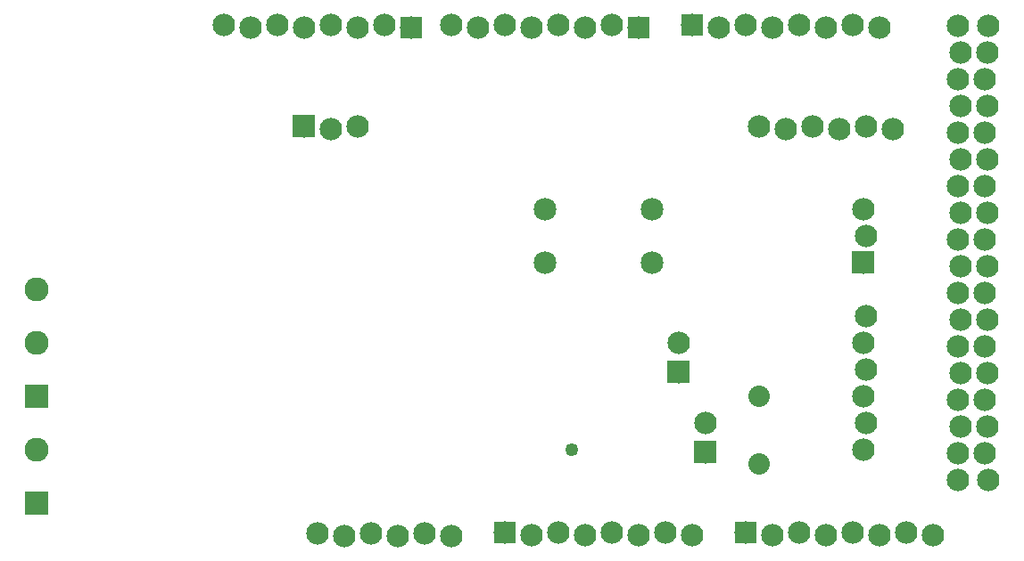
<source format=gts>
G04 MADE WITH FRITZING*
G04 WWW.FRITZING.ORG*
G04 DOUBLE SIDED*
G04 HOLES PLATED*
G04 CONTOUR ON CENTER OF CONTOUR VECTOR*
%ASAXBY*%
%FSLAX23Y23*%
%MOIN*%
%OFA0B0*%
%SFA1.0B1.0*%
%ADD10C,0.084000*%
%ADD11C,0.010000*%
%ADD12C,0.080000*%
%ADD13C,0.090000*%
%ADD14C,0.085000*%
%ADD15C,0.049370*%
%ADD16R,0.084000X0.084000*%
%ADD17R,0.010148X0.010148*%
%ADD18R,0.089986X0.090000*%
%ADD19R,0.090000X0.090000*%
%ADD20R,0.001000X0.001000*%
%LNMASK1*%
G90*
G70*
G54D10*
X2944Y1632D03*
X3044Y1622D03*
X3144Y1632D03*
X3244Y1622D03*
X3344Y1632D03*
X3444Y1622D03*
X3334Y422D03*
X3344Y522D03*
X3334Y622D03*
X3344Y722D03*
X3334Y822D03*
X3344Y922D03*
G54D11*
X1444Y2001D03*
X1444Y2001D03*
X1444Y2001D03*
X1444Y2001D03*
X1444Y2001D03*
X1444Y2001D03*
X1444Y2001D03*
X1444Y2001D03*
X1444Y2001D03*
X1444Y2001D03*
X1444Y2001D03*
X1444Y2001D03*
X1444Y2001D03*
X1444Y2001D03*
X1444Y2001D03*
X1444Y2001D03*
X1444Y2001D03*
X1444Y2001D03*
X1444Y2001D03*
X1444Y2001D03*
X1444Y2001D03*
X1444Y2001D03*
X1444Y2001D03*
X1444Y2001D03*
X1444Y2001D03*
X1444Y2001D03*
X1444Y2001D03*
X1444Y2001D03*
X1444Y2001D03*
X1444Y2001D03*
X1444Y2001D03*
X1444Y2001D03*
X1444Y2001D03*
X1444Y2001D03*
X1444Y2001D03*
X1444Y2001D03*
X1444Y2001D03*
X1444Y2001D03*
X1444Y2001D03*
X1444Y2001D03*
X1444Y2001D03*
X1444Y2001D03*
X1444Y2001D03*
X1444Y2001D03*
X1444Y2001D03*
X1444Y2001D03*
X1444Y2001D03*
X1444Y2001D03*
X1444Y2001D03*
X1444Y2001D03*
X1444Y2001D03*
X1444Y2001D03*
X1444Y2001D03*
X1444Y2001D03*
X1444Y2001D03*
X1444Y2001D03*
X1444Y2001D03*
X1444Y2001D03*
X1444Y2001D03*
X1444Y2001D03*
X1444Y2001D03*
X1444Y2001D03*
X1444Y2001D03*
X1444Y2001D03*
X1444Y2001D03*
X1444Y2001D03*
X1444Y2001D03*
X1444Y2001D03*
X1444Y2001D03*
X1444Y2001D03*
X1444Y2001D03*
X1444Y2001D03*
X1444Y2001D03*
X1444Y2001D03*
X1444Y2001D03*
X1444Y2001D03*
X1444Y2001D03*
X1444Y2001D03*
X1444Y2001D03*
X1444Y2001D03*
X1444Y2001D03*
X1444Y2001D03*
X1444Y2001D03*
X1444Y2001D03*
X1444Y2001D03*
X1444Y2001D03*
X1444Y2001D03*
X1444Y2001D03*
X1444Y2001D03*
X1444Y2001D03*
X1444Y2001D03*
X1444Y2001D03*
X1444Y2001D03*
X1444Y2001D03*
X1444Y2001D03*
X1444Y2001D03*
X1444Y2001D03*
X1444Y2001D03*
X1444Y2001D03*
X1444Y2001D03*
X1444Y2001D03*
X1444Y2001D03*
X1444Y2001D03*
X1444Y2001D03*
X1444Y2001D03*
X1444Y2001D03*
X1444Y2001D03*
X1444Y2001D03*
X1444Y2001D03*
X1444Y2001D03*
X1444Y2001D03*
X1444Y2001D03*
X1444Y2001D03*
X1444Y2001D03*
X1444Y2001D03*
X1444Y2001D03*
X1444Y2001D03*
X1444Y2001D03*
X1444Y2001D03*
X1444Y2001D03*
X1444Y2001D03*
X1444Y2001D03*
X1444Y2001D03*
X1444Y2001D03*
X1444Y2001D03*
X1444Y2001D03*
X1444Y2001D03*
X1444Y2001D03*
X1444Y2001D03*
X1444Y2001D03*
X1444Y2001D03*
X1444Y2001D03*
X1444Y2001D03*
X1444Y2001D03*
X1444Y2001D03*
X1444Y2001D03*
X1444Y2001D03*
X1444Y2001D03*
X1444Y2001D03*
X1444Y2001D03*
X1444Y2001D03*
X1444Y2001D03*
X1444Y2001D03*
X1444Y2001D03*
X1444Y2001D03*
X1444Y2001D03*
X1444Y2001D03*
X1444Y2001D03*
X1444Y2001D03*
X1444Y2001D03*
X1444Y2001D03*
X1444Y2001D03*
X1444Y2001D03*
X1444Y2001D03*
X1444Y2001D03*
X1444Y2001D03*
X1444Y2001D03*
X1444Y2001D03*
X1444Y2001D03*
X1444Y2001D03*
X1444Y2001D03*
X1444Y2001D03*
X1444Y2001D03*
X1444Y2001D03*
X1444Y2001D03*
X1444Y2001D03*
X1444Y2001D03*
X1444Y2001D03*
X1444Y2001D03*
X1444Y2001D03*
X1444Y2001D03*
X1444Y2001D03*
X1444Y2001D03*
X1444Y2001D03*
X1444Y2001D03*
X1444Y2001D03*
X1444Y2001D03*
X1444Y2001D03*
X1444Y2001D03*
X1444Y2001D03*
X1444Y2001D03*
X1444Y2001D03*
X1444Y2001D03*
X1444Y2001D03*
X1444Y2001D03*
X1444Y2001D03*
X1444Y2001D03*
X1444Y2001D03*
X1444Y2001D03*
X1444Y2001D03*
X1444Y2001D03*
X1444Y2001D03*
X1444Y2001D03*
X1444Y2001D03*
X1444Y2001D03*
X1444Y2001D03*
X1444Y2001D03*
X1444Y2001D03*
X1444Y2001D03*
X1444Y2001D03*
X1444Y2001D03*
X1444Y2001D03*
X1444Y2001D03*
X1444Y2001D03*
X1444Y2001D03*
X1444Y2001D03*
X1444Y2001D03*
X1444Y2001D03*
X1444Y2001D03*
X1444Y2001D03*
X1444Y2001D03*
X1444Y2001D03*
X1444Y2001D03*
X1444Y2001D03*
X1444Y2001D03*
X1444Y2001D03*
X1444Y2001D03*
X1444Y2001D03*
X1444Y2001D03*
X1444Y2001D03*
X1444Y2001D03*
X1444Y2001D03*
X1444Y2001D03*
X1444Y2001D03*
X1444Y2001D03*
X1444Y2001D03*
X1444Y2001D03*
X1444Y2001D03*
X1444Y2001D03*
X1444Y2001D03*
X1444Y2001D03*
X1444Y2001D03*
X1444Y2001D03*
X1444Y2001D03*
X1444Y2001D03*
X1444Y2001D03*
X1444Y2001D03*
X1444Y2001D03*
X1444Y2001D03*
X1444Y2001D03*
X1444Y2001D03*
X1444Y2001D03*
X1444Y2001D03*
X1444Y2001D03*
X1444Y2001D03*
X1444Y2001D03*
X1444Y2001D03*
X1444Y2001D03*
X1444Y2001D03*
X1444Y2001D03*
X1444Y2001D03*
X1444Y2001D03*
X1444Y2001D03*
X1444Y2001D03*
X1444Y2001D03*
X1444Y2001D03*
X1444Y2001D03*
X1444Y2001D03*
X1444Y2001D03*
X1444Y2001D03*
X1444Y2001D03*
X1444Y2001D03*
X1444Y2001D03*
X1444Y2001D03*
X1444Y2001D03*
X1444Y2001D03*
X1444Y2001D03*
X1444Y2001D03*
X1444Y2001D03*
X1444Y2001D03*
X1444Y2001D03*
X1444Y2001D03*
X1444Y2001D03*
X1444Y2001D03*
X1444Y2001D03*
X1444Y2001D03*
X1444Y2001D03*
X1444Y2001D03*
X1444Y2001D03*
X1444Y2001D03*
X1444Y2001D03*
X1444Y2001D03*
X1444Y2001D03*
X1444Y2001D03*
X1444Y2001D03*
X1444Y2001D03*
X1444Y2001D03*
X1444Y2001D03*
X1444Y2001D03*
X1444Y2001D03*
X1444Y2001D03*
X1444Y2001D03*
X1444Y2001D03*
X1444Y2001D03*
X1444Y2001D03*
X1444Y2001D03*
X1444Y2001D03*
X1444Y2001D03*
X1444Y2001D03*
X1444Y2001D03*
X1444Y2001D03*
X1444Y2001D03*
X1444Y2001D03*
X1444Y2001D03*
X1444Y2001D03*
X1444Y2001D03*
X1444Y2001D03*
X1444Y2001D03*
X1444Y2001D03*
X1444Y2001D03*
X1444Y2001D03*
X1444Y2001D03*
X1444Y2001D03*
X1444Y2001D03*
X1444Y2001D03*
X1444Y2001D03*
X1444Y2001D03*
X1444Y2001D03*
X1444Y2001D03*
X1444Y2001D03*
X1444Y2001D03*
X1444Y2001D03*
X1444Y2001D03*
X1444Y2001D03*
X1444Y2001D03*
X1444Y2001D03*
X1444Y2001D03*
X1444Y2001D03*
X1444Y2001D03*
X1444Y2001D03*
X1444Y2001D03*
X1444Y2001D03*
X1444Y2001D03*
X1444Y2001D03*
X1444Y2001D03*
X1444Y2001D03*
X1444Y2001D03*
X1444Y2001D03*
X1444Y2001D03*
X1444Y2001D03*
X1444Y2001D03*
X1444Y2001D03*
X1444Y2001D03*
X1444Y2001D03*
X1444Y2001D03*
X1444Y2001D03*
X1444Y2001D03*
X1444Y2001D03*
X1444Y2001D03*
X1444Y2001D03*
X1444Y2001D03*
X1444Y2001D03*
X1444Y2001D03*
X1444Y2001D03*
X1444Y2001D03*
X1444Y2001D03*
X1444Y2001D03*
X1444Y2001D03*
X1444Y2001D03*
X1444Y2001D03*
X1444Y2001D03*
X1444Y2001D03*
X1444Y2001D03*
X1444Y2001D03*
X1444Y2001D03*
X1444Y2001D03*
X1444Y2001D03*
X1444Y2001D03*
X1444Y2001D03*
X1444Y2001D03*
X1444Y2001D03*
X1444Y2001D03*
X1444Y2001D03*
X1444Y2001D03*
X1444Y2001D03*
X1444Y2001D03*
X1444Y2001D03*
X1444Y2001D03*
X1444Y2001D03*
X1444Y2001D03*
X1444Y2001D03*
X1444Y2001D03*
X1444Y2001D03*
X1444Y2001D03*
X1444Y2001D03*
X1444Y2001D03*
X1444Y2001D03*
X1444Y2001D03*
X1444Y2001D03*
X1444Y2001D03*
X1444Y2001D03*
X1444Y2001D03*
X1444Y2001D03*
X1444Y2001D03*
X1444Y2001D03*
X1444Y2001D03*
X1444Y2001D03*
X1444Y2001D03*
X1444Y2001D03*
X1444Y2001D03*
X1444Y2001D03*
X1444Y2001D03*
X1444Y2001D03*
X1444Y2001D03*
X1444Y2001D03*
X1444Y2001D03*
X1444Y2001D03*
X1444Y2001D03*
X1444Y2001D03*
X1444Y2001D03*
X1444Y2001D03*
X1444Y2001D03*
X1444Y2001D03*
X1444Y2001D03*
X1444Y2001D03*
X1444Y2001D03*
X1444Y2001D03*
X1444Y2001D03*
X1444Y2001D03*
X1444Y2001D03*
X1444Y2001D03*
X1444Y2001D03*
X1444Y2001D03*
X1444Y2001D03*
X1444Y2001D03*
X1444Y2001D03*
X1444Y2001D03*
X1444Y2001D03*
X1444Y2001D03*
X1444Y2001D03*
X1444Y2001D03*
X1444Y2001D03*
X1444Y2001D03*
X1444Y2001D03*
X1444Y2001D03*
X1444Y2001D03*
X1444Y2001D03*
X1444Y2001D03*
X1444Y2001D03*
X1444Y2001D03*
X1444Y2001D03*
X1444Y2001D03*
X1444Y2001D03*
X1444Y2001D03*
X1444Y2001D03*
X1444Y2001D03*
X1444Y2001D03*
X1444Y2001D03*
X1444Y2001D03*
X1444Y2001D03*
X1444Y2001D03*
X1444Y2001D03*
X1444Y2001D03*
X1444Y2001D03*
X1444Y2001D03*
X1444Y2001D03*
X1444Y2001D03*
X1444Y2001D03*
G54D10*
X1644Y2001D03*
X3801Y2006D03*
X3801Y306D03*
X1794Y96D03*
X3687Y2006D03*
X1594Y96D03*
X3687Y306D03*
X1394Y96D03*
X1694Y106D03*
X3699Y1906D03*
X1494Y106D03*
X3699Y1706D03*
X1294Y106D03*
X3699Y1506D03*
X3689Y1806D03*
X3699Y1306D03*
X3689Y1606D03*
X3699Y1106D03*
X3689Y1406D03*
X3699Y906D03*
X3689Y1206D03*
X3699Y706D03*
X3689Y1006D03*
X3699Y506D03*
X3689Y806D03*
X3799Y1906D03*
X3689Y606D03*
X3799Y1706D03*
X3689Y406D03*
X3799Y1506D03*
X3789Y1806D03*
X3799Y1306D03*
X3789Y1606D03*
X3799Y1106D03*
X3789Y1406D03*
X3799Y906D03*
X3789Y1206D03*
X3799Y706D03*
X3789Y1006D03*
X3799Y506D03*
X3789Y806D03*
X2694Y101D03*
X3789Y606D03*
X2494Y101D03*
X3789Y406D03*
X2294Y101D03*
X2594Y111D03*
X2094Y101D03*
X2394Y111D03*
X3594Y101D03*
X2194Y111D03*
X3394Y101D03*
X1994Y111D03*
X3194Y101D03*
X3494Y111D03*
X2994Y101D03*
X3294Y111D03*
X3394Y2001D03*
X3094Y111D03*
X3194Y2001D03*
X2894Y111D03*
X2994Y2001D03*
X3294Y2011D03*
X2794Y2001D03*
X3094Y2011D03*
X1794Y2011D03*
X2894Y2011D03*
X1994Y2011D03*
X2694Y2011D03*
X2194Y2011D03*
X1894Y2001D03*
X2394Y2011D03*
X2094Y2001D03*
X944Y2011D03*
X2294Y2001D03*
X1144Y2011D03*
X2494Y2001D03*
X1344Y2011D03*
X1044Y2001D03*
X1544Y2011D03*
X1244Y2001D03*
X1444Y2001D03*
G54D12*
X2944Y622D03*
X2944Y366D03*
X2944Y622D03*
X2944Y366D03*
G54D13*
X244Y222D03*
X244Y422D03*
X244Y822D03*
X244Y1022D03*
X244Y622D03*
G54D10*
X2644Y712D03*
X2644Y822D03*
X2644Y712D03*
X2644Y822D03*
X3334Y1122D03*
X3344Y1222D03*
X3334Y1322D03*
X3334Y1122D03*
X3344Y1222D03*
X3334Y1322D03*
X2744Y412D03*
X2744Y522D03*
X2744Y412D03*
X2744Y522D03*
X1244Y1632D03*
X1344Y1622D03*
X1444Y1632D03*
X1244Y1632D03*
X1344Y1622D03*
X1444Y1632D03*
G54D14*
X2144Y1122D03*
X2544Y1122D03*
X2544Y1322D03*
X2144Y1322D03*
G54D15*
X2243Y421D03*
G54D16*
X1644Y2001D03*
X1994Y111D03*
X2894Y111D03*
X2694Y2011D03*
G54D17*
X940Y2011D03*
G54D16*
X2494Y2001D03*
G54D18*
X244Y222D03*
G54D19*
X244Y622D03*
G54D20*
X1202Y1674D02*
X1285Y1674D01*
X1202Y1673D02*
X1285Y1673D01*
X1202Y1672D02*
X1285Y1672D01*
X1202Y1671D02*
X1285Y1671D01*
X1202Y1670D02*
X1285Y1670D01*
X1202Y1669D02*
X1285Y1669D01*
X1202Y1668D02*
X1285Y1668D01*
X1202Y1667D02*
X1285Y1667D01*
X1202Y1666D02*
X1285Y1666D01*
X1202Y1665D02*
X1285Y1665D01*
X1202Y1664D02*
X1285Y1664D01*
X1202Y1663D02*
X1285Y1663D01*
X1202Y1662D02*
X1285Y1662D01*
X1202Y1661D02*
X1285Y1661D01*
X1202Y1660D02*
X1285Y1660D01*
X1202Y1659D02*
X1285Y1659D01*
X1202Y1658D02*
X1285Y1658D01*
X1202Y1657D02*
X1285Y1657D01*
X1202Y1656D02*
X1285Y1656D01*
X1202Y1655D02*
X1285Y1655D01*
X1202Y1654D02*
X1285Y1654D01*
X1202Y1653D02*
X1285Y1653D01*
X1202Y1652D02*
X1285Y1652D01*
X1202Y1651D02*
X1285Y1651D01*
X1202Y1650D02*
X1285Y1650D01*
X1202Y1649D02*
X1285Y1649D01*
X1202Y1648D02*
X1285Y1648D01*
X1202Y1647D02*
X1239Y1647D01*
X1248Y1647D02*
X1285Y1647D01*
X1202Y1646D02*
X1236Y1646D01*
X1251Y1646D02*
X1285Y1646D01*
X1202Y1645D02*
X1235Y1645D01*
X1253Y1645D02*
X1285Y1645D01*
X1202Y1644D02*
X1233Y1644D01*
X1254Y1644D02*
X1285Y1644D01*
X1202Y1643D02*
X1232Y1643D01*
X1255Y1643D02*
X1285Y1643D01*
X1202Y1642D02*
X1232Y1642D01*
X1256Y1642D02*
X1285Y1642D01*
X1202Y1641D02*
X1231Y1641D01*
X1257Y1641D02*
X1285Y1641D01*
X1202Y1640D02*
X1230Y1640D01*
X1257Y1640D02*
X1285Y1640D01*
X1202Y1639D02*
X1230Y1639D01*
X1258Y1639D02*
X1285Y1639D01*
X1202Y1638D02*
X1229Y1638D01*
X1258Y1638D02*
X1285Y1638D01*
X1202Y1637D02*
X1229Y1637D01*
X1258Y1637D02*
X1285Y1637D01*
X1202Y1636D02*
X1229Y1636D01*
X1259Y1636D02*
X1285Y1636D01*
X1202Y1635D02*
X1228Y1635D01*
X1259Y1635D02*
X1285Y1635D01*
X1202Y1634D02*
X1228Y1634D01*
X1259Y1634D02*
X1285Y1634D01*
X1202Y1633D02*
X1228Y1633D01*
X1259Y1633D02*
X1285Y1633D01*
X1202Y1632D02*
X1228Y1632D01*
X1259Y1632D02*
X1285Y1632D01*
X1202Y1631D02*
X1228Y1631D01*
X1259Y1631D02*
X1285Y1631D01*
X1202Y1630D02*
X1228Y1630D01*
X1259Y1630D02*
X1285Y1630D01*
X1202Y1629D02*
X1229Y1629D01*
X1259Y1629D02*
X1285Y1629D01*
X1202Y1628D02*
X1229Y1628D01*
X1258Y1628D02*
X1285Y1628D01*
X1202Y1627D02*
X1229Y1627D01*
X1258Y1627D02*
X1285Y1627D01*
X1202Y1626D02*
X1230Y1626D01*
X1258Y1626D02*
X1285Y1626D01*
X1202Y1625D02*
X1230Y1625D01*
X1257Y1625D02*
X1285Y1625D01*
X1202Y1624D02*
X1231Y1624D01*
X1256Y1624D02*
X1285Y1624D01*
X1202Y1623D02*
X1232Y1623D01*
X1256Y1623D02*
X1285Y1623D01*
X1202Y1622D02*
X1233Y1622D01*
X1255Y1622D02*
X1285Y1622D01*
X1202Y1621D02*
X1234Y1621D01*
X1254Y1621D02*
X1285Y1621D01*
X1202Y1620D02*
X1235Y1620D01*
X1252Y1620D02*
X1285Y1620D01*
X1202Y1619D02*
X1237Y1619D01*
X1251Y1619D02*
X1285Y1619D01*
X1202Y1618D02*
X1240Y1618D01*
X1248Y1618D02*
X1285Y1618D01*
X1202Y1617D02*
X1285Y1617D01*
X1202Y1616D02*
X1285Y1616D01*
X1202Y1615D02*
X1285Y1615D01*
X1202Y1614D02*
X1285Y1614D01*
X1202Y1613D02*
X1285Y1613D01*
X1202Y1612D02*
X1285Y1612D01*
X1202Y1611D02*
X1285Y1611D01*
X1202Y1610D02*
X1285Y1610D01*
X1202Y1609D02*
X1285Y1609D01*
X1202Y1608D02*
X1285Y1608D01*
X1202Y1607D02*
X1285Y1607D01*
X1202Y1606D02*
X1285Y1606D01*
X1202Y1605D02*
X1285Y1605D01*
X1202Y1604D02*
X1285Y1604D01*
X1202Y1603D02*
X1285Y1603D01*
X1202Y1602D02*
X1285Y1602D01*
X1202Y1601D02*
X1285Y1601D01*
X1202Y1600D02*
X1285Y1600D01*
X1202Y1599D02*
X1285Y1599D01*
X1202Y1598D02*
X1285Y1598D01*
X1202Y1597D02*
X1285Y1597D01*
X1202Y1596D02*
X1285Y1596D01*
X1202Y1595D02*
X1285Y1595D01*
X1202Y1594D02*
X1285Y1594D01*
X1202Y1593D02*
X1285Y1593D01*
X1202Y1592D02*
X1285Y1592D01*
X1202Y1591D02*
X1285Y1591D01*
X3292Y1164D02*
X3375Y1164D01*
X3292Y1163D02*
X3375Y1163D01*
X3292Y1162D02*
X3375Y1162D01*
X3292Y1161D02*
X3375Y1161D01*
X3292Y1160D02*
X3375Y1160D01*
X3292Y1159D02*
X3375Y1159D01*
X3292Y1158D02*
X3375Y1158D01*
X3292Y1157D02*
X3375Y1157D01*
X3292Y1156D02*
X3375Y1156D01*
X3292Y1155D02*
X3375Y1155D01*
X3292Y1154D02*
X3375Y1154D01*
X3292Y1153D02*
X3375Y1153D01*
X3292Y1152D02*
X3375Y1152D01*
X3292Y1151D02*
X3375Y1151D01*
X3292Y1150D02*
X3375Y1150D01*
X3292Y1149D02*
X3375Y1149D01*
X3292Y1148D02*
X3375Y1148D01*
X3292Y1147D02*
X3375Y1147D01*
X3292Y1146D02*
X3375Y1146D01*
X3292Y1145D02*
X3375Y1145D01*
X3292Y1144D02*
X3375Y1144D01*
X3292Y1143D02*
X3375Y1143D01*
X3292Y1142D02*
X3375Y1142D01*
X3292Y1141D02*
X3375Y1141D01*
X3292Y1140D02*
X3375Y1140D01*
X3292Y1139D02*
X3375Y1139D01*
X3292Y1138D02*
X3375Y1138D01*
X3292Y1137D02*
X3328Y1137D01*
X3338Y1137D02*
X3375Y1137D01*
X3292Y1136D02*
X3326Y1136D01*
X3340Y1136D02*
X3375Y1136D01*
X3292Y1135D02*
X3324Y1135D01*
X3342Y1135D02*
X3375Y1135D01*
X3292Y1134D02*
X3323Y1134D01*
X3343Y1134D02*
X3375Y1134D01*
X3292Y1133D02*
X3322Y1133D01*
X3344Y1133D02*
X3375Y1133D01*
X3292Y1132D02*
X3321Y1132D01*
X3345Y1132D02*
X3375Y1132D01*
X3292Y1131D02*
X3320Y1131D01*
X3346Y1131D02*
X3375Y1131D01*
X3292Y1130D02*
X3320Y1130D01*
X3347Y1130D02*
X3375Y1130D01*
X3292Y1129D02*
X3319Y1129D01*
X3347Y1129D02*
X3375Y1129D01*
X3292Y1128D02*
X3319Y1128D01*
X3348Y1128D02*
X3375Y1128D01*
X3292Y1127D02*
X3318Y1127D01*
X3348Y1127D02*
X3375Y1127D01*
X3292Y1126D02*
X3318Y1126D01*
X3348Y1126D02*
X3375Y1126D01*
X3292Y1125D02*
X3318Y1125D01*
X3348Y1125D02*
X3375Y1125D01*
X3292Y1124D02*
X3318Y1124D01*
X3349Y1124D02*
X3375Y1124D01*
X3292Y1123D02*
X3318Y1123D01*
X3349Y1123D02*
X3375Y1123D01*
X3292Y1122D02*
X3318Y1122D01*
X3349Y1122D02*
X3375Y1122D01*
X3292Y1121D02*
X3318Y1121D01*
X3349Y1121D02*
X3375Y1121D01*
X3292Y1120D02*
X3318Y1120D01*
X3348Y1120D02*
X3375Y1120D01*
X3292Y1119D02*
X3318Y1119D01*
X3348Y1119D02*
X3375Y1119D01*
X3292Y1118D02*
X3318Y1118D01*
X3348Y1118D02*
X3375Y1118D01*
X3292Y1117D02*
X3319Y1117D01*
X3348Y1117D02*
X3375Y1117D01*
X3292Y1116D02*
X3319Y1116D01*
X3347Y1116D02*
X3375Y1116D01*
X3292Y1115D02*
X3320Y1115D01*
X3347Y1115D02*
X3375Y1115D01*
X3292Y1114D02*
X3320Y1114D01*
X3346Y1114D02*
X3375Y1114D01*
X3292Y1113D02*
X3321Y1113D01*
X3345Y1113D02*
X3375Y1113D01*
X3292Y1112D02*
X3322Y1112D01*
X3344Y1112D02*
X3375Y1112D01*
X3292Y1111D02*
X3323Y1111D01*
X3343Y1111D02*
X3375Y1111D01*
X3292Y1110D02*
X3324Y1110D01*
X3342Y1110D02*
X3375Y1110D01*
X3292Y1109D02*
X3326Y1109D01*
X3340Y1109D02*
X3375Y1109D01*
X3292Y1108D02*
X3329Y1108D01*
X3337Y1108D02*
X3375Y1108D01*
X3292Y1107D02*
X3375Y1107D01*
X3292Y1106D02*
X3375Y1106D01*
X3292Y1105D02*
X3375Y1105D01*
X3292Y1104D02*
X3375Y1104D01*
X3292Y1103D02*
X3375Y1103D01*
X3292Y1102D02*
X3375Y1102D01*
X3292Y1101D02*
X3375Y1101D01*
X3292Y1100D02*
X3375Y1100D01*
X3292Y1099D02*
X3375Y1099D01*
X3292Y1098D02*
X3375Y1098D01*
X3292Y1097D02*
X3375Y1097D01*
X3292Y1096D02*
X3375Y1096D01*
X3292Y1095D02*
X3375Y1095D01*
X3292Y1094D02*
X3375Y1094D01*
X3292Y1093D02*
X3375Y1093D01*
X3292Y1092D02*
X3375Y1092D01*
X3292Y1091D02*
X3375Y1091D01*
X3292Y1090D02*
X3375Y1090D01*
X3292Y1089D02*
X3375Y1089D01*
X3292Y1088D02*
X3375Y1088D01*
X3292Y1087D02*
X3375Y1087D01*
X3292Y1086D02*
X3375Y1086D01*
X3292Y1085D02*
X3375Y1085D01*
X3292Y1084D02*
X3375Y1084D01*
X3292Y1083D02*
X3375Y1083D01*
X3292Y1082D02*
X3375Y1082D01*
X3292Y1081D02*
X3375Y1081D01*
X2602Y754D02*
X2685Y754D01*
X2602Y753D02*
X2685Y753D01*
X2602Y752D02*
X2685Y752D01*
X2602Y751D02*
X2685Y751D01*
X2602Y750D02*
X2685Y750D01*
X2602Y749D02*
X2685Y749D01*
X2602Y748D02*
X2685Y748D01*
X2602Y747D02*
X2685Y747D01*
X2602Y746D02*
X2685Y746D01*
X2602Y745D02*
X2685Y745D01*
X2602Y744D02*
X2685Y744D01*
X2602Y743D02*
X2685Y743D01*
X2602Y742D02*
X2685Y742D01*
X2602Y741D02*
X2685Y741D01*
X2602Y740D02*
X2685Y740D01*
X2602Y739D02*
X2685Y739D01*
X2602Y738D02*
X2685Y738D01*
X2602Y737D02*
X2685Y737D01*
X2602Y736D02*
X2685Y736D01*
X2602Y735D02*
X2685Y735D01*
X2602Y734D02*
X2685Y734D01*
X2602Y733D02*
X2685Y733D01*
X2602Y732D02*
X2685Y732D01*
X2602Y731D02*
X2685Y731D01*
X2602Y730D02*
X2685Y730D01*
X2602Y729D02*
X2685Y729D01*
X2602Y728D02*
X2685Y728D01*
X2602Y727D02*
X2639Y727D01*
X2648Y727D02*
X2685Y727D01*
X2602Y726D02*
X2636Y726D01*
X2651Y726D02*
X2685Y726D01*
X2602Y725D02*
X2634Y725D01*
X2652Y725D02*
X2685Y725D01*
X2602Y724D02*
X2633Y724D01*
X2653Y724D02*
X2685Y724D01*
X2602Y723D02*
X2632Y723D01*
X2655Y723D02*
X2685Y723D01*
X2602Y722D02*
X2631Y722D01*
X2655Y722D02*
X2685Y722D01*
X2602Y721D02*
X2630Y721D01*
X2656Y721D02*
X2685Y721D01*
X2602Y720D02*
X2630Y720D01*
X2657Y720D02*
X2685Y720D01*
X2602Y719D02*
X2629Y719D01*
X2657Y719D02*
X2685Y719D01*
X2602Y718D02*
X2629Y718D01*
X2658Y718D02*
X2685Y718D01*
X2602Y717D02*
X2628Y717D01*
X2658Y717D02*
X2685Y717D01*
X2602Y716D02*
X2628Y716D01*
X2658Y716D02*
X2685Y716D01*
X2602Y715D02*
X2628Y715D01*
X2659Y715D02*
X2685Y715D01*
X2602Y714D02*
X2628Y714D01*
X2659Y714D02*
X2685Y714D01*
X2602Y713D02*
X2628Y713D01*
X2659Y713D02*
X2685Y713D01*
X2602Y712D02*
X2628Y712D01*
X2659Y712D02*
X2685Y712D01*
X2602Y711D02*
X2628Y711D01*
X2659Y711D02*
X2685Y711D01*
X2602Y710D02*
X2628Y710D01*
X2659Y710D02*
X2685Y710D01*
X2602Y709D02*
X2628Y709D01*
X2658Y709D02*
X2685Y709D01*
X2602Y708D02*
X2629Y708D01*
X2658Y708D02*
X2685Y708D01*
X2602Y707D02*
X2629Y707D01*
X2658Y707D02*
X2685Y707D01*
X2602Y706D02*
X2629Y706D01*
X2657Y706D02*
X2685Y706D01*
X2602Y705D02*
X2630Y705D01*
X2657Y705D02*
X2685Y705D01*
X2602Y704D02*
X2631Y704D01*
X2656Y704D02*
X2685Y704D01*
X2602Y703D02*
X2631Y703D01*
X2655Y703D02*
X2685Y703D01*
X2602Y702D02*
X2632Y702D01*
X2654Y702D02*
X2685Y702D01*
X2602Y701D02*
X2633Y701D01*
X2653Y701D02*
X2685Y701D01*
X2602Y700D02*
X2635Y700D01*
X2652Y700D02*
X2685Y700D01*
X2602Y699D02*
X2636Y699D01*
X2650Y699D02*
X2685Y699D01*
X2602Y698D02*
X2639Y698D01*
X2647Y698D02*
X2685Y698D01*
X2602Y697D02*
X2685Y697D01*
X2602Y696D02*
X2685Y696D01*
X2602Y695D02*
X2685Y695D01*
X2602Y694D02*
X2685Y694D01*
X2602Y693D02*
X2685Y693D01*
X2602Y692D02*
X2685Y692D01*
X2602Y691D02*
X2685Y691D01*
X2602Y690D02*
X2685Y690D01*
X2602Y689D02*
X2685Y689D01*
X2602Y688D02*
X2685Y688D01*
X2602Y687D02*
X2685Y687D01*
X2602Y686D02*
X2685Y686D01*
X2602Y685D02*
X2685Y685D01*
X2602Y684D02*
X2685Y684D01*
X2602Y683D02*
X2685Y683D01*
X2602Y682D02*
X2685Y682D01*
X2602Y681D02*
X2685Y681D01*
X2602Y680D02*
X2685Y680D01*
X2602Y679D02*
X2685Y679D01*
X2602Y678D02*
X2685Y678D01*
X2602Y677D02*
X2685Y677D01*
X2602Y676D02*
X2685Y676D01*
X2602Y675D02*
X2685Y675D01*
X2602Y674D02*
X2685Y674D01*
X2602Y673D02*
X2685Y673D01*
X2602Y672D02*
X2685Y672D01*
X2602Y671D02*
X2685Y671D01*
X2702Y454D02*
X2785Y454D01*
X2702Y453D02*
X2785Y453D01*
X2702Y452D02*
X2785Y452D01*
X2702Y451D02*
X2785Y451D01*
X2702Y450D02*
X2785Y450D01*
X2702Y449D02*
X2785Y449D01*
X2702Y448D02*
X2785Y448D01*
X2702Y447D02*
X2785Y447D01*
X2702Y446D02*
X2785Y446D01*
X2702Y445D02*
X2785Y445D01*
X2702Y444D02*
X2785Y444D01*
X2702Y443D02*
X2785Y443D01*
X2702Y442D02*
X2785Y442D01*
X2702Y441D02*
X2785Y441D01*
X2702Y440D02*
X2785Y440D01*
X2702Y439D02*
X2785Y439D01*
X2702Y438D02*
X2785Y438D01*
X2702Y437D02*
X2785Y437D01*
X2702Y436D02*
X2785Y436D01*
X2702Y435D02*
X2785Y435D01*
X2702Y434D02*
X2785Y434D01*
X2702Y433D02*
X2785Y433D01*
X2702Y432D02*
X2785Y432D01*
X2702Y431D02*
X2785Y431D01*
X2702Y430D02*
X2785Y430D01*
X2702Y429D02*
X2785Y429D01*
X2702Y428D02*
X2785Y428D01*
X2702Y427D02*
X2739Y427D01*
X2748Y427D02*
X2785Y427D01*
X2702Y426D02*
X2736Y426D01*
X2751Y426D02*
X2785Y426D01*
X2702Y425D02*
X2734Y425D01*
X2752Y425D02*
X2785Y425D01*
X2702Y424D02*
X2733Y424D01*
X2753Y424D02*
X2785Y424D01*
X2702Y423D02*
X2732Y423D01*
X2755Y423D02*
X2785Y423D01*
X2702Y422D02*
X2731Y422D01*
X2755Y422D02*
X2785Y422D01*
X2702Y421D02*
X2730Y421D01*
X2756Y421D02*
X2785Y421D01*
X2702Y420D02*
X2730Y420D01*
X2757Y420D02*
X2785Y420D01*
X2702Y419D02*
X2729Y419D01*
X2757Y419D02*
X2785Y419D01*
X2702Y418D02*
X2729Y418D01*
X2758Y418D02*
X2785Y418D01*
X2702Y417D02*
X2728Y417D01*
X2758Y417D02*
X2785Y417D01*
X2702Y416D02*
X2728Y416D01*
X2758Y416D02*
X2785Y416D01*
X2702Y415D02*
X2728Y415D01*
X2759Y415D02*
X2785Y415D01*
X2702Y414D02*
X2728Y414D01*
X2759Y414D02*
X2785Y414D01*
X2702Y413D02*
X2728Y413D01*
X2759Y413D02*
X2785Y413D01*
X2702Y412D02*
X2728Y412D01*
X2759Y412D02*
X2785Y412D01*
X2702Y411D02*
X2728Y411D01*
X2759Y411D02*
X2785Y411D01*
X2702Y410D02*
X2728Y410D01*
X2759Y410D02*
X2785Y410D01*
X2702Y409D02*
X2728Y409D01*
X2758Y409D02*
X2785Y409D01*
X2702Y408D02*
X2729Y408D01*
X2758Y408D02*
X2785Y408D01*
X2702Y407D02*
X2729Y407D01*
X2758Y407D02*
X2785Y407D01*
X2702Y406D02*
X2729Y406D01*
X2757Y406D02*
X2785Y406D01*
X2702Y405D02*
X2730Y405D01*
X2757Y405D02*
X2785Y405D01*
X2702Y404D02*
X2730Y404D01*
X2756Y404D02*
X2785Y404D01*
X2702Y403D02*
X2731Y403D01*
X2755Y403D02*
X2785Y403D01*
X2702Y402D02*
X2732Y402D01*
X2754Y402D02*
X2785Y402D01*
X2702Y401D02*
X2733Y401D01*
X2753Y401D02*
X2785Y401D01*
X2702Y400D02*
X2735Y400D01*
X2752Y400D02*
X2785Y400D01*
X2702Y399D02*
X2736Y399D01*
X2750Y399D02*
X2785Y399D01*
X2702Y398D02*
X2739Y398D01*
X2747Y398D02*
X2785Y398D01*
X2702Y397D02*
X2785Y397D01*
X2702Y396D02*
X2785Y396D01*
X2702Y395D02*
X2785Y395D01*
X2702Y394D02*
X2785Y394D01*
X2702Y393D02*
X2785Y393D01*
X2702Y392D02*
X2785Y392D01*
X2702Y391D02*
X2785Y391D01*
X2702Y390D02*
X2785Y390D01*
X2702Y389D02*
X2785Y389D01*
X2702Y388D02*
X2785Y388D01*
X2702Y387D02*
X2785Y387D01*
X2702Y386D02*
X2785Y386D01*
X2702Y385D02*
X2785Y385D01*
X2702Y384D02*
X2785Y384D01*
X2702Y383D02*
X2785Y383D01*
X2702Y382D02*
X2785Y382D01*
X2702Y381D02*
X2785Y381D01*
X2702Y380D02*
X2785Y380D01*
X2702Y379D02*
X2785Y379D01*
X2702Y378D02*
X2785Y378D01*
X2702Y377D02*
X2785Y377D01*
X2702Y376D02*
X2785Y376D01*
X2702Y375D02*
X2785Y375D01*
X2702Y374D02*
X2785Y374D01*
X2702Y373D02*
X2785Y373D01*
X2702Y372D02*
X2785Y372D01*
X2702Y371D02*
X2785Y371D01*
D02*
G04 End of Mask1*
M02*
</source>
